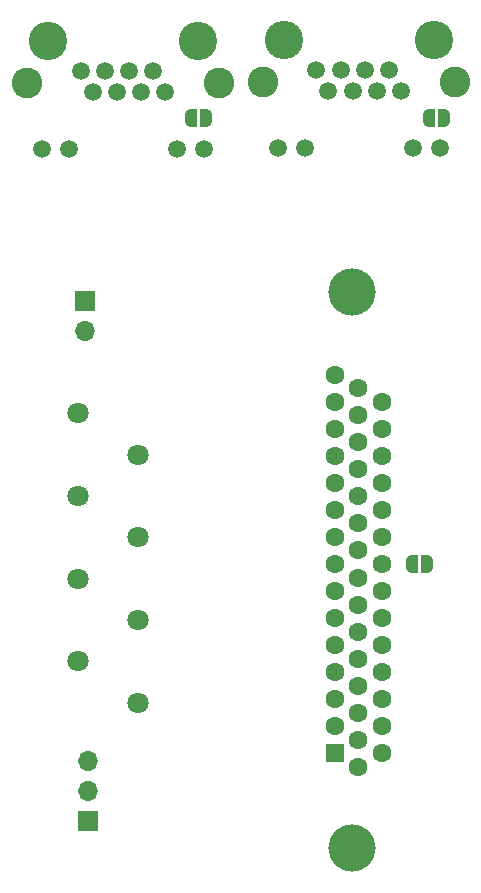
<source format=gbs>
G04 #@! TF.GenerationSoftware,KiCad,Pcbnew,8.0.4*
G04 #@! TF.CreationDate,2024-08-29T22:42:54+03:00*
G04 #@! TF.ProjectId,lichuan-lc10,6c696368-7561-46e2-9d6c-6331302e6b69,rev?*
G04 #@! TF.SameCoordinates,Original*
G04 #@! TF.FileFunction,Soldermask,Bot*
G04 #@! TF.FilePolarity,Negative*
%FSLAX46Y46*%
G04 Gerber Fmt 4.6, Leading zero omitted, Abs format (unit mm)*
G04 Created by KiCad (PCBNEW 8.0.4) date 2024-08-29 22:42:54*
%MOMM*%
%LPD*%
G01*
G04 APERTURE LIST*
G04 Aperture macros list*
%AMFreePoly0*
4,1,19,0.500000,-0.750000,0.000000,-0.750000,0.000000,-0.744911,-0.071157,-0.744911,-0.207708,-0.704816,-0.327430,-0.627875,-0.420627,-0.520320,-0.479746,-0.390866,-0.500000,-0.250000,-0.500000,0.250000,-0.479746,0.390866,-0.420627,0.520320,-0.327430,0.627875,-0.207708,0.704816,-0.071157,0.744911,0.000000,0.744911,0.000000,0.750000,0.500000,0.750000,0.500000,-0.750000,0.500000,-0.750000,
$1*%
%AMFreePoly1*
4,1,19,0.000000,0.744911,0.071157,0.744911,0.207708,0.704816,0.327430,0.627875,0.420627,0.520320,0.479746,0.390866,0.500000,0.250000,0.500000,-0.250000,0.479746,-0.390866,0.420627,-0.520320,0.327430,-0.627875,0.207708,-0.704816,0.071157,-0.744911,0.000000,-0.744911,0.000000,-0.750000,-0.500000,-0.750000,-0.500000,0.750000,0.000000,0.750000,0.000000,0.744911,0.000000,0.744911,
$1*%
G04 Aperture macros list end*
%ADD10R,1.700000X1.700000*%
%ADD11O,1.700000X1.700000*%
%ADD12C,3.250000*%
%ADD13C,1.500000*%
%ADD14C,2.600000*%
%ADD15C,1.800000*%
%ADD16C,4.000000*%
%ADD17R,1.600000X1.600000*%
%ADD18C,1.600000*%
%ADD19FreePoly0,0.000000*%
%ADD20FreePoly1,0.000000*%
%ADD21FreePoly0,180.000000*%
%ADD22FreePoly1,180.000000*%
G04 APERTURE END LIST*
D10*
G04 #@! TO.C,J4*
X105500000Y-63000000D03*
D11*
X105500000Y-60460000D03*
X105500000Y-57920000D03*
G04 #@! TD*
D10*
G04 #@! TO.C,J5*
X105250000Y-18975000D03*
D11*
X105250000Y-21515000D03*
G04 #@! TD*
D12*
G04 #@! TO.C,J1*
X134780000Y3130000D03*
X122080000Y3130000D03*
D13*
X124860000Y590000D03*
X125880000Y-1190000D03*
X126900000Y590000D03*
X127920000Y-1190000D03*
X128940000Y590000D03*
X129960000Y-1190000D03*
X130980000Y590000D03*
X132000000Y-1190000D03*
X121570000Y-6000000D03*
X123860000Y-6000000D03*
X133000000Y-6000000D03*
X135290000Y-6000000D03*
D14*
X136560000Y-430000D03*
X120300000Y-430000D03*
G04 #@! TD*
D15*
G04 #@! TO.C,J3*
X104650000Y-28500000D03*
X109750000Y-32000000D03*
X104650000Y-35500000D03*
X109750000Y-39000000D03*
X104650000Y-42500000D03*
X109750000Y-46000000D03*
X104650000Y-49500000D03*
X109750000Y-53000000D03*
G04 #@! TD*
D16*
G04 #@! TO.C,U1*
X127829669Y-65300000D03*
X127829669Y-18200000D03*
D17*
X126409669Y-57275000D03*
D18*
X126409669Y-54985000D03*
X126409669Y-52695000D03*
X126409669Y-50405000D03*
X126409669Y-48115000D03*
X126409669Y-45825000D03*
X126409669Y-43535000D03*
X126409669Y-41245000D03*
X126409669Y-38955000D03*
X126409669Y-36665000D03*
X126409669Y-34375000D03*
X126409669Y-32085000D03*
X126409669Y-29795000D03*
X126409669Y-27505000D03*
X126409669Y-25215000D03*
X128389669Y-58420000D03*
X128389669Y-56130000D03*
X128389669Y-53840000D03*
X128389669Y-51550000D03*
X128389669Y-49260000D03*
X128389669Y-46970000D03*
X128389669Y-44680000D03*
X128389669Y-42390000D03*
X128389669Y-40100000D03*
X128389669Y-37810000D03*
X128389669Y-35520000D03*
X128389669Y-33230000D03*
X128389669Y-30940000D03*
X128389669Y-28650000D03*
X128389669Y-26360000D03*
X130369669Y-57275000D03*
X130369669Y-54985000D03*
X130369669Y-52695000D03*
X130369669Y-50405000D03*
X130369669Y-48115000D03*
X130369669Y-45825000D03*
X130369669Y-43535000D03*
X130369669Y-41245000D03*
X130369669Y-38955000D03*
X130369669Y-36665000D03*
X130369669Y-34375000D03*
X130369669Y-32085000D03*
X130369669Y-29795000D03*
X130369669Y-27505000D03*
G04 #@! TD*
D12*
G04 #@! TO.C,J2*
X114820000Y3040000D03*
X102120000Y3040000D03*
D13*
X104900000Y500000D03*
X105920000Y-1280000D03*
X106940000Y500000D03*
X107960000Y-1280000D03*
X108980000Y500000D03*
X110000000Y-1280000D03*
X111020000Y500000D03*
X112040000Y-1280000D03*
X101610000Y-6090000D03*
X103900000Y-6090000D03*
X113040000Y-6090000D03*
X115330000Y-6090000D03*
D14*
X116600000Y-520000D03*
X100340000Y-520000D03*
G04 #@! TD*
D19*
G04 #@! TO.C,JP2*
X132950000Y-41250000D03*
D20*
X134250000Y-41250000D03*
G04 #@! TD*
D21*
G04 #@! TO.C,JP3*
X115500000Y-3500000D03*
D22*
X114200000Y-3500000D03*
G04 #@! TD*
D21*
G04 #@! TO.C,JP1*
X135650000Y-3500000D03*
D22*
X134350000Y-3500000D03*
G04 #@! TD*
M02*

</source>
